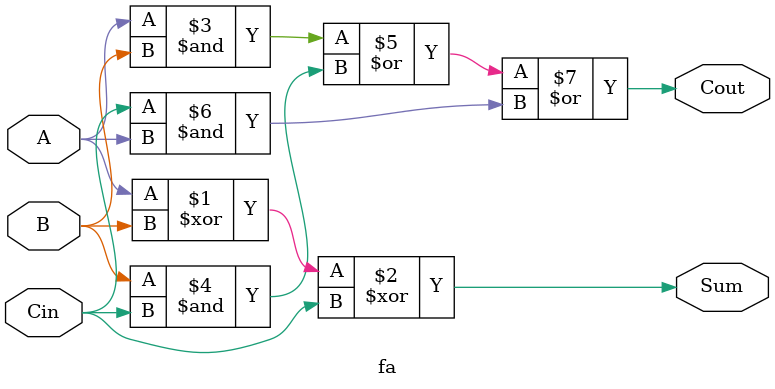
<source format=v>
module fa (
    input A,      
    input B,      
    input Cin,    
    output Sum,  
    output Cout   
);

    assign Sum = A ^ B ^ Cin;  
    assign Cout = (A & B) | (B & Cin)  | (Cin & A);  
endmodule

</source>
